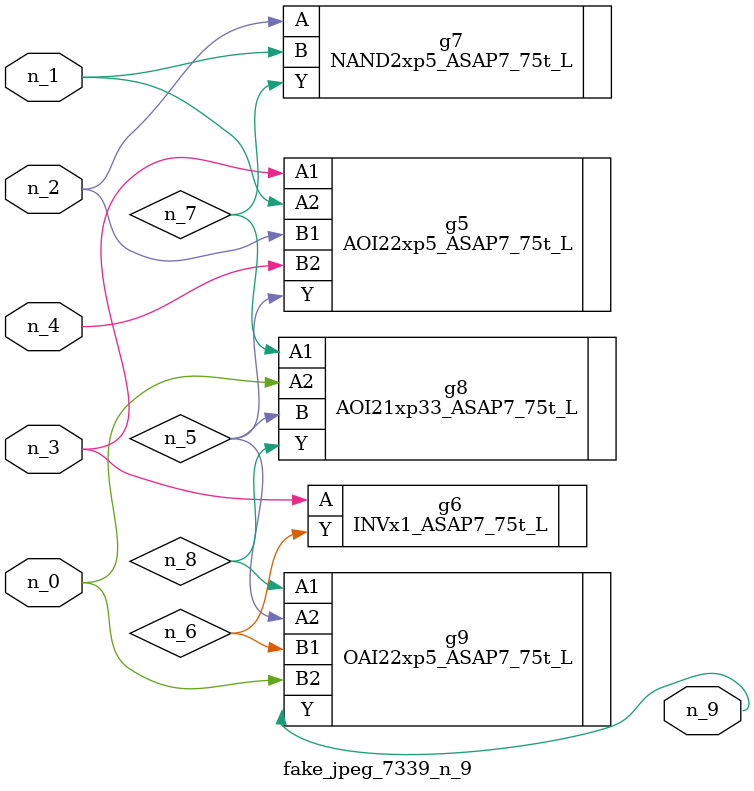
<source format=v>
module fake_jpeg_7339_n_9 (n_3, n_2, n_1, n_0, n_4, n_9);

input n_3;
input n_2;
input n_1;
input n_0;
input n_4;

output n_9;

wire n_8;
wire n_6;
wire n_5;
wire n_7;

AOI22xp5_ASAP7_75t_L g5 ( 
.A1(n_3),
.A2(n_1),
.B1(n_2),
.B2(n_4),
.Y(n_5)
);

INVx1_ASAP7_75t_L g6 ( 
.A(n_3),
.Y(n_6)
);

NAND2xp5_ASAP7_75t_L g7 ( 
.A(n_2),
.B(n_1),
.Y(n_7)
);

AOI21xp33_ASAP7_75t_L g8 ( 
.A1(n_7),
.A2(n_0),
.B(n_5),
.Y(n_8)
);

OAI22xp5_ASAP7_75t_L g9 ( 
.A1(n_8),
.A2(n_5),
.B1(n_6),
.B2(n_0),
.Y(n_9)
);


endmodule
</source>
